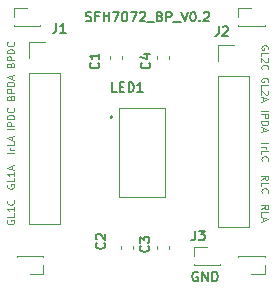
<source format=gbr>
G04 #@! TF.GenerationSoftware,KiCad,Pcbnew,8.0.02-1-dev-92ffd898f5*
G04 #@! TF.CreationDate,2024-03-29T15:55:27-07:00*
G04 #@! TF.ProjectId,sfh7072_breakoutboard,73666837-3037-4325-9f62-7265616b6f75,rev?*
G04 #@! TF.SameCoordinates,Original*
G04 #@! TF.FileFunction,Legend,Top*
G04 #@! TF.FilePolarity,Positive*
%FSLAX46Y46*%
G04 Gerber Fmt 4.6, Leading zero omitted, Abs format (unit mm)*
G04 Created by KiCad (PCBNEW 8.0.02-1-dev-92ffd898f5) date 2024-03-29 15:55:27*
%MOMM*%
%LPD*%
G01*
G04 APERTURE LIST*
%ADD10C,0.150000*%
%ADD11C,0.100000*%
%ADD12C,0.120000*%
%ADD13C,0.200000*%
G04 APERTURE END LIST*
D10*
X36958207Y-38382390D02*
X36882017Y-38344295D01*
X36882017Y-38344295D02*
X36767731Y-38344295D01*
X36767731Y-38344295D02*
X36653445Y-38382390D01*
X36653445Y-38382390D02*
X36577255Y-38458580D01*
X36577255Y-38458580D02*
X36539160Y-38534771D01*
X36539160Y-38534771D02*
X36501064Y-38687152D01*
X36501064Y-38687152D02*
X36501064Y-38801438D01*
X36501064Y-38801438D02*
X36539160Y-38953819D01*
X36539160Y-38953819D02*
X36577255Y-39030009D01*
X36577255Y-39030009D02*
X36653445Y-39106200D01*
X36653445Y-39106200D02*
X36767731Y-39144295D01*
X36767731Y-39144295D02*
X36843922Y-39144295D01*
X36843922Y-39144295D02*
X36958207Y-39106200D01*
X36958207Y-39106200D02*
X36996303Y-39068104D01*
X36996303Y-39068104D02*
X36996303Y-38801438D01*
X36996303Y-38801438D02*
X36843922Y-38801438D01*
X37339160Y-39144295D02*
X37339160Y-38344295D01*
X37339160Y-38344295D02*
X37796303Y-39144295D01*
X37796303Y-39144295D02*
X37796303Y-38344295D01*
X38177255Y-39144295D02*
X38177255Y-38344295D01*
X38177255Y-38344295D02*
X38367731Y-38344295D01*
X38367731Y-38344295D02*
X38482017Y-38382390D01*
X38482017Y-38382390D02*
X38558207Y-38458580D01*
X38558207Y-38458580D02*
X38596302Y-38534771D01*
X38596302Y-38534771D02*
X38634398Y-38687152D01*
X38634398Y-38687152D02*
X38634398Y-38801438D01*
X38634398Y-38801438D02*
X38596302Y-38953819D01*
X38596302Y-38953819D02*
X38558207Y-39030009D01*
X38558207Y-39030009D02*
X38482017Y-39106200D01*
X38482017Y-39106200D02*
X38367731Y-39144295D01*
X38367731Y-39144295D02*
X38177255Y-39144295D01*
D11*
X42900057Y-22272931D02*
X42928628Y-22215789D01*
X42928628Y-22215789D02*
X42928628Y-22130074D01*
X42928628Y-22130074D02*
X42900057Y-22044360D01*
X42900057Y-22044360D02*
X42842914Y-21987217D01*
X42842914Y-21987217D02*
X42785771Y-21958646D01*
X42785771Y-21958646D02*
X42671485Y-21930074D01*
X42671485Y-21930074D02*
X42585771Y-21930074D01*
X42585771Y-21930074D02*
X42471485Y-21958646D01*
X42471485Y-21958646D02*
X42414342Y-21987217D01*
X42414342Y-21987217D02*
X42357200Y-22044360D01*
X42357200Y-22044360D02*
X42328628Y-22130074D01*
X42328628Y-22130074D02*
X42328628Y-22187217D01*
X42328628Y-22187217D02*
X42357200Y-22272931D01*
X42357200Y-22272931D02*
X42385771Y-22301503D01*
X42385771Y-22301503D02*
X42585771Y-22301503D01*
X42585771Y-22301503D02*
X42585771Y-22187217D01*
X42328628Y-22844360D02*
X42328628Y-22558646D01*
X42328628Y-22558646D02*
X42928628Y-22558646D01*
X42871485Y-23015788D02*
X42900057Y-23044360D01*
X42900057Y-23044360D02*
X42928628Y-23101503D01*
X42928628Y-23101503D02*
X42928628Y-23244360D01*
X42928628Y-23244360D02*
X42900057Y-23301503D01*
X42900057Y-23301503D02*
X42871485Y-23330074D01*
X42871485Y-23330074D02*
X42814342Y-23358645D01*
X42814342Y-23358645D02*
X42757200Y-23358645D01*
X42757200Y-23358645D02*
X42671485Y-23330074D01*
X42671485Y-23330074D02*
X42328628Y-22987217D01*
X42328628Y-22987217D02*
X42328628Y-23358645D01*
X42500057Y-23587217D02*
X42500057Y-23872932D01*
X42328628Y-23530074D02*
X42928628Y-23730074D01*
X42928628Y-23730074D02*
X42328628Y-23930074D01*
X42328628Y-33051503D02*
X42614342Y-32851503D01*
X42328628Y-32708646D02*
X42928628Y-32708646D01*
X42928628Y-32708646D02*
X42928628Y-32937217D01*
X42928628Y-32937217D02*
X42900057Y-32994360D01*
X42900057Y-32994360D02*
X42871485Y-33022931D01*
X42871485Y-33022931D02*
X42814342Y-33051503D01*
X42814342Y-33051503D02*
X42728628Y-33051503D01*
X42728628Y-33051503D02*
X42671485Y-33022931D01*
X42671485Y-33022931D02*
X42642914Y-32994360D01*
X42642914Y-32994360D02*
X42614342Y-32937217D01*
X42614342Y-32937217D02*
X42614342Y-32708646D01*
X42328628Y-33594360D02*
X42328628Y-33308646D01*
X42328628Y-33308646D02*
X42928628Y-33308646D01*
X42500057Y-33765788D02*
X42500057Y-34051503D01*
X42328628Y-33708645D02*
X42928628Y-33908645D01*
X42928628Y-33908645D02*
X42328628Y-34108645D01*
X20849942Y-30977068D02*
X20821371Y-31034211D01*
X20821371Y-31034211D02*
X20821371Y-31119925D01*
X20821371Y-31119925D02*
X20849942Y-31205639D01*
X20849942Y-31205639D02*
X20907085Y-31262782D01*
X20907085Y-31262782D02*
X20964228Y-31291353D01*
X20964228Y-31291353D02*
X21078514Y-31319925D01*
X21078514Y-31319925D02*
X21164228Y-31319925D01*
X21164228Y-31319925D02*
X21278514Y-31291353D01*
X21278514Y-31291353D02*
X21335657Y-31262782D01*
X21335657Y-31262782D02*
X21392800Y-31205639D01*
X21392800Y-31205639D02*
X21421371Y-31119925D01*
X21421371Y-31119925D02*
X21421371Y-31062782D01*
X21421371Y-31062782D02*
X21392800Y-30977068D01*
X21392800Y-30977068D02*
X21364228Y-30948496D01*
X21364228Y-30948496D02*
X21164228Y-30948496D01*
X21164228Y-30948496D02*
X21164228Y-31062782D01*
X21421371Y-30405639D02*
X21421371Y-30691353D01*
X21421371Y-30691353D02*
X20821371Y-30691353D01*
X21421371Y-29891354D02*
X21421371Y-30234211D01*
X21421371Y-30062782D02*
X20821371Y-30062782D01*
X20821371Y-30062782D02*
X20907085Y-30119925D01*
X20907085Y-30119925D02*
X20964228Y-30177068D01*
X20964228Y-30177068D02*
X20992800Y-30234211D01*
X21249942Y-29662782D02*
X21249942Y-29377068D01*
X21421371Y-29719925D02*
X20821371Y-29519925D01*
X20821371Y-29519925D02*
X21421371Y-29319925D01*
X21421371Y-28291353D02*
X20821371Y-28291353D01*
X21421371Y-28005639D02*
X21021371Y-28005639D01*
X21135657Y-28005639D02*
X21078514Y-27977068D01*
X21078514Y-27977068D02*
X21049942Y-27948497D01*
X21049942Y-27948497D02*
X21021371Y-27891354D01*
X21021371Y-27891354D02*
X21021371Y-27834211D01*
X21421371Y-27348496D02*
X21421371Y-27634210D01*
X21421371Y-27634210D02*
X20821371Y-27634210D01*
X21249942Y-27177068D02*
X21249942Y-26891354D01*
X21421371Y-27234211D02*
X20821371Y-27034211D01*
X20821371Y-27034211D02*
X21421371Y-26834211D01*
X42900057Y-19522931D02*
X42928628Y-19465789D01*
X42928628Y-19465789D02*
X42928628Y-19380074D01*
X42928628Y-19380074D02*
X42900057Y-19294360D01*
X42900057Y-19294360D02*
X42842914Y-19237217D01*
X42842914Y-19237217D02*
X42785771Y-19208646D01*
X42785771Y-19208646D02*
X42671485Y-19180074D01*
X42671485Y-19180074D02*
X42585771Y-19180074D01*
X42585771Y-19180074D02*
X42471485Y-19208646D01*
X42471485Y-19208646D02*
X42414342Y-19237217D01*
X42414342Y-19237217D02*
X42357200Y-19294360D01*
X42357200Y-19294360D02*
X42328628Y-19380074D01*
X42328628Y-19380074D02*
X42328628Y-19437217D01*
X42328628Y-19437217D02*
X42357200Y-19522931D01*
X42357200Y-19522931D02*
X42385771Y-19551503D01*
X42385771Y-19551503D02*
X42585771Y-19551503D01*
X42585771Y-19551503D02*
X42585771Y-19437217D01*
X42328628Y-20094360D02*
X42328628Y-19808646D01*
X42328628Y-19808646D02*
X42928628Y-19808646D01*
X42871485Y-20265788D02*
X42900057Y-20294360D01*
X42900057Y-20294360D02*
X42928628Y-20351503D01*
X42928628Y-20351503D02*
X42928628Y-20494360D01*
X42928628Y-20494360D02*
X42900057Y-20551503D01*
X42900057Y-20551503D02*
X42871485Y-20580074D01*
X42871485Y-20580074D02*
X42814342Y-20608645D01*
X42814342Y-20608645D02*
X42757200Y-20608645D01*
X42757200Y-20608645D02*
X42671485Y-20580074D01*
X42671485Y-20580074D02*
X42328628Y-20237217D01*
X42328628Y-20237217D02*
X42328628Y-20608645D01*
X42385771Y-21208646D02*
X42357200Y-21180074D01*
X42357200Y-21180074D02*
X42328628Y-21094360D01*
X42328628Y-21094360D02*
X42328628Y-21037217D01*
X42328628Y-21037217D02*
X42357200Y-20951503D01*
X42357200Y-20951503D02*
X42414342Y-20894360D01*
X42414342Y-20894360D02*
X42471485Y-20865789D01*
X42471485Y-20865789D02*
X42585771Y-20837217D01*
X42585771Y-20837217D02*
X42671485Y-20837217D01*
X42671485Y-20837217D02*
X42785771Y-20865789D01*
X42785771Y-20865789D02*
X42842914Y-20894360D01*
X42842914Y-20894360D02*
X42900057Y-20951503D01*
X42900057Y-20951503D02*
X42928628Y-21037217D01*
X42928628Y-21037217D02*
X42928628Y-21094360D01*
X42928628Y-21094360D02*
X42900057Y-21180074D01*
X42900057Y-21180074D02*
X42871485Y-21208646D01*
X21107085Y-23591353D02*
X21135657Y-23505639D01*
X21135657Y-23505639D02*
X21164228Y-23477068D01*
X21164228Y-23477068D02*
X21221371Y-23448496D01*
X21221371Y-23448496D02*
X21307085Y-23448496D01*
X21307085Y-23448496D02*
X21364228Y-23477068D01*
X21364228Y-23477068D02*
X21392800Y-23505639D01*
X21392800Y-23505639D02*
X21421371Y-23562782D01*
X21421371Y-23562782D02*
X21421371Y-23791353D01*
X21421371Y-23791353D02*
X20821371Y-23791353D01*
X20821371Y-23791353D02*
X20821371Y-23591353D01*
X20821371Y-23591353D02*
X20849942Y-23534211D01*
X20849942Y-23534211D02*
X20878514Y-23505639D01*
X20878514Y-23505639D02*
X20935657Y-23477068D01*
X20935657Y-23477068D02*
X20992800Y-23477068D01*
X20992800Y-23477068D02*
X21049942Y-23505639D01*
X21049942Y-23505639D02*
X21078514Y-23534211D01*
X21078514Y-23534211D02*
X21107085Y-23591353D01*
X21107085Y-23591353D02*
X21107085Y-23791353D01*
X21421371Y-23191353D02*
X20821371Y-23191353D01*
X20821371Y-23191353D02*
X20821371Y-22962782D01*
X20821371Y-22962782D02*
X20849942Y-22905639D01*
X20849942Y-22905639D02*
X20878514Y-22877068D01*
X20878514Y-22877068D02*
X20935657Y-22848496D01*
X20935657Y-22848496D02*
X21021371Y-22848496D01*
X21021371Y-22848496D02*
X21078514Y-22877068D01*
X21078514Y-22877068D02*
X21107085Y-22905639D01*
X21107085Y-22905639D02*
X21135657Y-22962782D01*
X21135657Y-22962782D02*
X21135657Y-23191353D01*
X21421371Y-22591353D02*
X20821371Y-22591353D01*
X20821371Y-22591353D02*
X20821371Y-22448496D01*
X20821371Y-22448496D02*
X20849942Y-22362782D01*
X20849942Y-22362782D02*
X20907085Y-22305639D01*
X20907085Y-22305639D02*
X20964228Y-22277068D01*
X20964228Y-22277068D02*
X21078514Y-22248496D01*
X21078514Y-22248496D02*
X21164228Y-22248496D01*
X21164228Y-22248496D02*
X21278514Y-22277068D01*
X21278514Y-22277068D02*
X21335657Y-22305639D01*
X21335657Y-22305639D02*
X21392800Y-22362782D01*
X21392800Y-22362782D02*
X21421371Y-22448496D01*
X21421371Y-22448496D02*
X21421371Y-22591353D01*
X21249942Y-22019925D02*
X21249942Y-21734211D01*
X21421371Y-22077068D02*
X20821371Y-21877068D01*
X20821371Y-21877068D02*
X21421371Y-21677068D01*
X20849942Y-33977068D02*
X20821371Y-34034211D01*
X20821371Y-34034211D02*
X20821371Y-34119925D01*
X20821371Y-34119925D02*
X20849942Y-34205639D01*
X20849942Y-34205639D02*
X20907085Y-34262782D01*
X20907085Y-34262782D02*
X20964228Y-34291353D01*
X20964228Y-34291353D02*
X21078514Y-34319925D01*
X21078514Y-34319925D02*
X21164228Y-34319925D01*
X21164228Y-34319925D02*
X21278514Y-34291353D01*
X21278514Y-34291353D02*
X21335657Y-34262782D01*
X21335657Y-34262782D02*
X21392800Y-34205639D01*
X21392800Y-34205639D02*
X21421371Y-34119925D01*
X21421371Y-34119925D02*
X21421371Y-34062782D01*
X21421371Y-34062782D02*
X21392800Y-33977068D01*
X21392800Y-33977068D02*
X21364228Y-33948496D01*
X21364228Y-33948496D02*
X21164228Y-33948496D01*
X21164228Y-33948496D02*
X21164228Y-34062782D01*
X21421371Y-33405639D02*
X21421371Y-33691353D01*
X21421371Y-33691353D02*
X20821371Y-33691353D01*
X21421371Y-32891354D02*
X21421371Y-33234211D01*
X21421371Y-33062782D02*
X20821371Y-33062782D01*
X20821371Y-33062782D02*
X20907085Y-33119925D01*
X20907085Y-33119925D02*
X20964228Y-33177068D01*
X20964228Y-33177068D02*
X20992800Y-33234211D01*
X21364228Y-32291353D02*
X21392800Y-32319925D01*
X21392800Y-32319925D02*
X21421371Y-32405639D01*
X21421371Y-32405639D02*
X21421371Y-32462782D01*
X21421371Y-32462782D02*
X21392800Y-32548496D01*
X21392800Y-32548496D02*
X21335657Y-32605639D01*
X21335657Y-32605639D02*
X21278514Y-32634210D01*
X21278514Y-32634210D02*
X21164228Y-32662782D01*
X21164228Y-32662782D02*
X21078514Y-32662782D01*
X21078514Y-32662782D02*
X20964228Y-32634210D01*
X20964228Y-32634210D02*
X20907085Y-32605639D01*
X20907085Y-32605639D02*
X20849942Y-32548496D01*
X20849942Y-32548496D02*
X20821371Y-32462782D01*
X20821371Y-32462782D02*
X20821371Y-32405639D01*
X20821371Y-32405639D02*
X20849942Y-32319925D01*
X20849942Y-32319925D02*
X20878514Y-32291353D01*
X42328628Y-27458646D02*
X42928628Y-27458646D01*
X42328628Y-27744360D02*
X42728628Y-27744360D01*
X42614342Y-27744360D02*
X42671485Y-27772931D01*
X42671485Y-27772931D02*
X42700057Y-27801503D01*
X42700057Y-27801503D02*
X42728628Y-27858645D01*
X42728628Y-27858645D02*
X42728628Y-27915788D01*
X42328628Y-28401503D02*
X42328628Y-28115789D01*
X42328628Y-28115789D02*
X42928628Y-28115789D01*
X42385771Y-28944360D02*
X42357200Y-28915788D01*
X42357200Y-28915788D02*
X42328628Y-28830074D01*
X42328628Y-28830074D02*
X42328628Y-28772931D01*
X42328628Y-28772931D02*
X42357200Y-28687217D01*
X42357200Y-28687217D02*
X42414342Y-28630074D01*
X42414342Y-28630074D02*
X42471485Y-28601503D01*
X42471485Y-28601503D02*
X42585771Y-28572931D01*
X42585771Y-28572931D02*
X42671485Y-28572931D01*
X42671485Y-28572931D02*
X42785771Y-28601503D01*
X42785771Y-28601503D02*
X42842914Y-28630074D01*
X42842914Y-28630074D02*
X42900057Y-28687217D01*
X42900057Y-28687217D02*
X42928628Y-28772931D01*
X42928628Y-28772931D02*
X42928628Y-28830074D01*
X42928628Y-28830074D02*
X42900057Y-28915788D01*
X42900057Y-28915788D02*
X42871485Y-28944360D01*
X21421371Y-26291353D02*
X20821371Y-26291353D01*
X21421371Y-26005639D02*
X20821371Y-26005639D01*
X20821371Y-26005639D02*
X20821371Y-25777068D01*
X20821371Y-25777068D02*
X20849942Y-25719925D01*
X20849942Y-25719925D02*
X20878514Y-25691354D01*
X20878514Y-25691354D02*
X20935657Y-25662782D01*
X20935657Y-25662782D02*
X21021371Y-25662782D01*
X21021371Y-25662782D02*
X21078514Y-25691354D01*
X21078514Y-25691354D02*
X21107085Y-25719925D01*
X21107085Y-25719925D02*
X21135657Y-25777068D01*
X21135657Y-25777068D02*
X21135657Y-26005639D01*
X21421371Y-25405639D02*
X20821371Y-25405639D01*
X20821371Y-25405639D02*
X20821371Y-25262782D01*
X20821371Y-25262782D02*
X20849942Y-25177068D01*
X20849942Y-25177068D02*
X20907085Y-25119925D01*
X20907085Y-25119925D02*
X20964228Y-25091354D01*
X20964228Y-25091354D02*
X21078514Y-25062782D01*
X21078514Y-25062782D02*
X21164228Y-25062782D01*
X21164228Y-25062782D02*
X21278514Y-25091354D01*
X21278514Y-25091354D02*
X21335657Y-25119925D01*
X21335657Y-25119925D02*
X21392800Y-25177068D01*
X21392800Y-25177068D02*
X21421371Y-25262782D01*
X21421371Y-25262782D02*
X21421371Y-25405639D01*
X21364228Y-24462782D02*
X21392800Y-24491354D01*
X21392800Y-24491354D02*
X21421371Y-24577068D01*
X21421371Y-24577068D02*
X21421371Y-24634211D01*
X21421371Y-24634211D02*
X21392800Y-24719925D01*
X21392800Y-24719925D02*
X21335657Y-24777068D01*
X21335657Y-24777068D02*
X21278514Y-24805639D01*
X21278514Y-24805639D02*
X21164228Y-24834211D01*
X21164228Y-24834211D02*
X21078514Y-24834211D01*
X21078514Y-24834211D02*
X20964228Y-24805639D01*
X20964228Y-24805639D02*
X20907085Y-24777068D01*
X20907085Y-24777068D02*
X20849942Y-24719925D01*
X20849942Y-24719925D02*
X20821371Y-24634211D01*
X20821371Y-24634211D02*
X20821371Y-24577068D01*
X20821371Y-24577068D02*
X20849942Y-24491354D01*
X20849942Y-24491354D02*
X20878514Y-24462782D01*
X42328628Y-30551503D02*
X42614342Y-30351503D01*
X42328628Y-30208646D02*
X42928628Y-30208646D01*
X42928628Y-30208646D02*
X42928628Y-30437217D01*
X42928628Y-30437217D02*
X42900057Y-30494360D01*
X42900057Y-30494360D02*
X42871485Y-30522931D01*
X42871485Y-30522931D02*
X42814342Y-30551503D01*
X42814342Y-30551503D02*
X42728628Y-30551503D01*
X42728628Y-30551503D02*
X42671485Y-30522931D01*
X42671485Y-30522931D02*
X42642914Y-30494360D01*
X42642914Y-30494360D02*
X42614342Y-30437217D01*
X42614342Y-30437217D02*
X42614342Y-30208646D01*
X42328628Y-31094360D02*
X42328628Y-30808646D01*
X42328628Y-30808646D02*
X42928628Y-30808646D01*
X42385771Y-31637217D02*
X42357200Y-31608645D01*
X42357200Y-31608645D02*
X42328628Y-31522931D01*
X42328628Y-31522931D02*
X42328628Y-31465788D01*
X42328628Y-31465788D02*
X42357200Y-31380074D01*
X42357200Y-31380074D02*
X42414342Y-31322931D01*
X42414342Y-31322931D02*
X42471485Y-31294360D01*
X42471485Y-31294360D02*
X42585771Y-31265788D01*
X42585771Y-31265788D02*
X42671485Y-31265788D01*
X42671485Y-31265788D02*
X42785771Y-31294360D01*
X42785771Y-31294360D02*
X42842914Y-31322931D01*
X42842914Y-31322931D02*
X42900057Y-31380074D01*
X42900057Y-31380074D02*
X42928628Y-31465788D01*
X42928628Y-31465788D02*
X42928628Y-31522931D01*
X42928628Y-31522931D02*
X42900057Y-31608645D01*
X42900057Y-31608645D02*
X42871485Y-31637217D01*
X42328628Y-24708646D02*
X42928628Y-24708646D01*
X42328628Y-24994360D02*
X42928628Y-24994360D01*
X42928628Y-24994360D02*
X42928628Y-25222931D01*
X42928628Y-25222931D02*
X42900057Y-25280074D01*
X42900057Y-25280074D02*
X42871485Y-25308645D01*
X42871485Y-25308645D02*
X42814342Y-25337217D01*
X42814342Y-25337217D02*
X42728628Y-25337217D01*
X42728628Y-25337217D02*
X42671485Y-25308645D01*
X42671485Y-25308645D02*
X42642914Y-25280074D01*
X42642914Y-25280074D02*
X42614342Y-25222931D01*
X42614342Y-25222931D02*
X42614342Y-24994360D01*
X42328628Y-25594360D02*
X42928628Y-25594360D01*
X42928628Y-25594360D02*
X42928628Y-25737217D01*
X42928628Y-25737217D02*
X42900057Y-25822931D01*
X42900057Y-25822931D02*
X42842914Y-25880074D01*
X42842914Y-25880074D02*
X42785771Y-25908645D01*
X42785771Y-25908645D02*
X42671485Y-25937217D01*
X42671485Y-25937217D02*
X42585771Y-25937217D01*
X42585771Y-25937217D02*
X42471485Y-25908645D01*
X42471485Y-25908645D02*
X42414342Y-25880074D01*
X42414342Y-25880074D02*
X42357200Y-25822931D01*
X42357200Y-25822931D02*
X42328628Y-25737217D01*
X42328628Y-25737217D02*
X42328628Y-25594360D01*
X42500057Y-26165788D02*
X42500057Y-26451503D01*
X42328628Y-26108645D02*
X42928628Y-26308645D01*
X42928628Y-26308645D02*
X42328628Y-26508645D01*
X21107085Y-20841353D02*
X21135657Y-20755639D01*
X21135657Y-20755639D02*
X21164228Y-20727068D01*
X21164228Y-20727068D02*
X21221371Y-20698496D01*
X21221371Y-20698496D02*
X21307085Y-20698496D01*
X21307085Y-20698496D02*
X21364228Y-20727068D01*
X21364228Y-20727068D02*
X21392800Y-20755639D01*
X21392800Y-20755639D02*
X21421371Y-20812782D01*
X21421371Y-20812782D02*
X21421371Y-21041353D01*
X21421371Y-21041353D02*
X20821371Y-21041353D01*
X20821371Y-21041353D02*
X20821371Y-20841353D01*
X20821371Y-20841353D02*
X20849942Y-20784211D01*
X20849942Y-20784211D02*
X20878514Y-20755639D01*
X20878514Y-20755639D02*
X20935657Y-20727068D01*
X20935657Y-20727068D02*
X20992800Y-20727068D01*
X20992800Y-20727068D02*
X21049942Y-20755639D01*
X21049942Y-20755639D02*
X21078514Y-20784211D01*
X21078514Y-20784211D02*
X21107085Y-20841353D01*
X21107085Y-20841353D02*
X21107085Y-21041353D01*
X21421371Y-20441353D02*
X20821371Y-20441353D01*
X20821371Y-20441353D02*
X20821371Y-20212782D01*
X20821371Y-20212782D02*
X20849942Y-20155639D01*
X20849942Y-20155639D02*
X20878514Y-20127068D01*
X20878514Y-20127068D02*
X20935657Y-20098496D01*
X20935657Y-20098496D02*
X21021371Y-20098496D01*
X21021371Y-20098496D02*
X21078514Y-20127068D01*
X21078514Y-20127068D02*
X21107085Y-20155639D01*
X21107085Y-20155639D02*
X21135657Y-20212782D01*
X21135657Y-20212782D02*
X21135657Y-20441353D01*
X21421371Y-19841353D02*
X20821371Y-19841353D01*
X20821371Y-19841353D02*
X20821371Y-19698496D01*
X20821371Y-19698496D02*
X20849942Y-19612782D01*
X20849942Y-19612782D02*
X20907085Y-19555639D01*
X20907085Y-19555639D02*
X20964228Y-19527068D01*
X20964228Y-19527068D02*
X21078514Y-19498496D01*
X21078514Y-19498496D02*
X21164228Y-19498496D01*
X21164228Y-19498496D02*
X21278514Y-19527068D01*
X21278514Y-19527068D02*
X21335657Y-19555639D01*
X21335657Y-19555639D02*
X21392800Y-19612782D01*
X21392800Y-19612782D02*
X21421371Y-19698496D01*
X21421371Y-19698496D02*
X21421371Y-19841353D01*
X21364228Y-18898496D02*
X21392800Y-18927068D01*
X21392800Y-18927068D02*
X21421371Y-19012782D01*
X21421371Y-19012782D02*
X21421371Y-19069925D01*
X21421371Y-19069925D02*
X21392800Y-19155639D01*
X21392800Y-19155639D02*
X21335657Y-19212782D01*
X21335657Y-19212782D02*
X21278514Y-19241353D01*
X21278514Y-19241353D02*
X21164228Y-19269925D01*
X21164228Y-19269925D02*
X21078514Y-19269925D01*
X21078514Y-19269925D02*
X20964228Y-19241353D01*
X20964228Y-19241353D02*
X20907085Y-19212782D01*
X20907085Y-19212782D02*
X20849942Y-19155639D01*
X20849942Y-19155639D02*
X20821371Y-19069925D01*
X20821371Y-19069925D02*
X20821371Y-19012782D01*
X20821371Y-19012782D02*
X20849942Y-18927068D01*
X20849942Y-18927068D02*
X20878514Y-18898496D01*
D10*
X27501064Y-17106200D02*
X27615350Y-17144295D01*
X27615350Y-17144295D02*
X27805826Y-17144295D01*
X27805826Y-17144295D02*
X27882017Y-17106200D01*
X27882017Y-17106200D02*
X27920112Y-17068104D01*
X27920112Y-17068104D02*
X27958207Y-16991914D01*
X27958207Y-16991914D02*
X27958207Y-16915723D01*
X27958207Y-16915723D02*
X27920112Y-16839533D01*
X27920112Y-16839533D02*
X27882017Y-16801438D01*
X27882017Y-16801438D02*
X27805826Y-16763342D01*
X27805826Y-16763342D02*
X27653445Y-16725247D01*
X27653445Y-16725247D02*
X27577255Y-16687152D01*
X27577255Y-16687152D02*
X27539160Y-16649057D01*
X27539160Y-16649057D02*
X27501064Y-16572866D01*
X27501064Y-16572866D02*
X27501064Y-16496676D01*
X27501064Y-16496676D02*
X27539160Y-16420485D01*
X27539160Y-16420485D02*
X27577255Y-16382390D01*
X27577255Y-16382390D02*
X27653445Y-16344295D01*
X27653445Y-16344295D02*
X27843922Y-16344295D01*
X27843922Y-16344295D02*
X27958207Y-16382390D01*
X28567731Y-16725247D02*
X28301065Y-16725247D01*
X28301065Y-17144295D02*
X28301065Y-16344295D01*
X28301065Y-16344295D02*
X28682017Y-16344295D01*
X28986779Y-17144295D02*
X28986779Y-16344295D01*
X28986779Y-16725247D02*
X29443922Y-16725247D01*
X29443922Y-17144295D02*
X29443922Y-16344295D01*
X29748683Y-16344295D02*
X30282017Y-16344295D01*
X30282017Y-16344295D02*
X29939159Y-17144295D01*
X30739160Y-16344295D02*
X30815350Y-16344295D01*
X30815350Y-16344295D02*
X30891541Y-16382390D01*
X30891541Y-16382390D02*
X30929636Y-16420485D01*
X30929636Y-16420485D02*
X30967731Y-16496676D01*
X30967731Y-16496676D02*
X31005826Y-16649057D01*
X31005826Y-16649057D02*
X31005826Y-16839533D01*
X31005826Y-16839533D02*
X30967731Y-16991914D01*
X30967731Y-16991914D02*
X30929636Y-17068104D01*
X30929636Y-17068104D02*
X30891541Y-17106200D01*
X30891541Y-17106200D02*
X30815350Y-17144295D01*
X30815350Y-17144295D02*
X30739160Y-17144295D01*
X30739160Y-17144295D02*
X30662969Y-17106200D01*
X30662969Y-17106200D02*
X30624874Y-17068104D01*
X30624874Y-17068104D02*
X30586779Y-16991914D01*
X30586779Y-16991914D02*
X30548683Y-16839533D01*
X30548683Y-16839533D02*
X30548683Y-16649057D01*
X30548683Y-16649057D02*
X30586779Y-16496676D01*
X30586779Y-16496676D02*
X30624874Y-16420485D01*
X30624874Y-16420485D02*
X30662969Y-16382390D01*
X30662969Y-16382390D02*
X30739160Y-16344295D01*
X31272493Y-16344295D02*
X31805827Y-16344295D01*
X31805827Y-16344295D02*
X31462969Y-17144295D01*
X32072493Y-16420485D02*
X32110589Y-16382390D01*
X32110589Y-16382390D02*
X32186779Y-16344295D01*
X32186779Y-16344295D02*
X32377255Y-16344295D01*
X32377255Y-16344295D02*
X32453446Y-16382390D01*
X32453446Y-16382390D02*
X32491541Y-16420485D01*
X32491541Y-16420485D02*
X32529636Y-16496676D01*
X32529636Y-16496676D02*
X32529636Y-16572866D01*
X32529636Y-16572866D02*
X32491541Y-16687152D01*
X32491541Y-16687152D02*
X32034398Y-17144295D01*
X32034398Y-17144295D02*
X32529636Y-17144295D01*
X32682018Y-17220485D02*
X33291541Y-17220485D01*
X33748684Y-16725247D02*
X33862970Y-16763342D01*
X33862970Y-16763342D02*
X33901065Y-16801438D01*
X33901065Y-16801438D02*
X33939161Y-16877628D01*
X33939161Y-16877628D02*
X33939161Y-16991914D01*
X33939161Y-16991914D02*
X33901065Y-17068104D01*
X33901065Y-17068104D02*
X33862970Y-17106200D01*
X33862970Y-17106200D02*
X33786780Y-17144295D01*
X33786780Y-17144295D02*
X33482018Y-17144295D01*
X33482018Y-17144295D02*
X33482018Y-16344295D01*
X33482018Y-16344295D02*
X33748684Y-16344295D01*
X33748684Y-16344295D02*
X33824875Y-16382390D01*
X33824875Y-16382390D02*
X33862970Y-16420485D01*
X33862970Y-16420485D02*
X33901065Y-16496676D01*
X33901065Y-16496676D02*
X33901065Y-16572866D01*
X33901065Y-16572866D02*
X33862970Y-16649057D01*
X33862970Y-16649057D02*
X33824875Y-16687152D01*
X33824875Y-16687152D02*
X33748684Y-16725247D01*
X33748684Y-16725247D02*
X33482018Y-16725247D01*
X34282018Y-17144295D02*
X34282018Y-16344295D01*
X34282018Y-16344295D02*
X34586780Y-16344295D01*
X34586780Y-16344295D02*
X34662970Y-16382390D01*
X34662970Y-16382390D02*
X34701065Y-16420485D01*
X34701065Y-16420485D02*
X34739161Y-16496676D01*
X34739161Y-16496676D02*
X34739161Y-16610961D01*
X34739161Y-16610961D02*
X34701065Y-16687152D01*
X34701065Y-16687152D02*
X34662970Y-16725247D01*
X34662970Y-16725247D02*
X34586780Y-16763342D01*
X34586780Y-16763342D02*
X34282018Y-16763342D01*
X34891542Y-17220485D02*
X35501065Y-17220485D01*
X35577256Y-16344295D02*
X35843923Y-17144295D01*
X35843923Y-17144295D02*
X36110589Y-16344295D01*
X36529637Y-16344295D02*
X36605827Y-16344295D01*
X36605827Y-16344295D02*
X36682018Y-16382390D01*
X36682018Y-16382390D02*
X36720113Y-16420485D01*
X36720113Y-16420485D02*
X36758208Y-16496676D01*
X36758208Y-16496676D02*
X36796303Y-16649057D01*
X36796303Y-16649057D02*
X36796303Y-16839533D01*
X36796303Y-16839533D02*
X36758208Y-16991914D01*
X36758208Y-16991914D02*
X36720113Y-17068104D01*
X36720113Y-17068104D02*
X36682018Y-17106200D01*
X36682018Y-17106200D02*
X36605827Y-17144295D01*
X36605827Y-17144295D02*
X36529637Y-17144295D01*
X36529637Y-17144295D02*
X36453446Y-17106200D01*
X36453446Y-17106200D02*
X36415351Y-17068104D01*
X36415351Y-17068104D02*
X36377256Y-16991914D01*
X36377256Y-16991914D02*
X36339160Y-16839533D01*
X36339160Y-16839533D02*
X36339160Y-16649057D01*
X36339160Y-16649057D02*
X36377256Y-16496676D01*
X36377256Y-16496676D02*
X36415351Y-16420485D01*
X36415351Y-16420485D02*
X36453446Y-16382390D01*
X36453446Y-16382390D02*
X36529637Y-16344295D01*
X37139161Y-17068104D02*
X37177256Y-17106200D01*
X37177256Y-17106200D02*
X37139161Y-17144295D01*
X37139161Y-17144295D02*
X37101065Y-17106200D01*
X37101065Y-17106200D02*
X37139161Y-17068104D01*
X37139161Y-17068104D02*
X37139161Y-17144295D01*
X37482017Y-16420485D02*
X37520113Y-16382390D01*
X37520113Y-16382390D02*
X37596303Y-16344295D01*
X37596303Y-16344295D02*
X37786779Y-16344295D01*
X37786779Y-16344295D02*
X37862970Y-16382390D01*
X37862970Y-16382390D02*
X37901065Y-16420485D01*
X37901065Y-16420485D02*
X37939160Y-16496676D01*
X37939160Y-16496676D02*
X37939160Y-16572866D01*
X37939160Y-16572866D02*
X37901065Y-16687152D01*
X37901065Y-16687152D02*
X37443922Y-17144295D01*
X37443922Y-17144295D02*
X37939160Y-17144295D01*
X36733333Y-34867295D02*
X36733333Y-35438723D01*
X36733333Y-35438723D02*
X36695238Y-35553009D01*
X36695238Y-35553009D02*
X36619047Y-35629200D01*
X36619047Y-35629200D02*
X36504762Y-35667295D01*
X36504762Y-35667295D02*
X36428571Y-35667295D01*
X37038095Y-34867295D02*
X37533333Y-34867295D01*
X37533333Y-34867295D02*
X37266667Y-35172057D01*
X37266667Y-35172057D02*
X37380952Y-35172057D01*
X37380952Y-35172057D02*
X37457143Y-35210152D01*
X37457143Y-35210152D02*
X37495238Y-35248247D01*
X37495238Y-35248247D02*
X37533333Y-35324438D01*
X37533333Y-35324438D02*
X37533333Y-35514914D01*
X37533333Y-35514914D02*
X37495238Y-35591104D01*
X37495238Y-35591104D02*
X37457143Y-35629200D01*
X37457143Y-35629200D02*
X37380952Y-35667295D01*
X37380952Y-35667295D02*
X37152381Y-35667295D01*
X37152381Y-35667295D02*
X37076190Y-35629200D01*
X37076190Y-35629200D02*
X37038095Y-35591104D01*
X32786104Y-36133332D02*
X32824200Y-36171428D01*
X32824200Y-36171428D02*
X32862295Y-36285713D01*
X32862295Y-36285713D02*
X32862295Y-36361904D01*
X32862295Y-36361904D02*
X32824200Y-36476190D01*
X32824200Y-36476190D02*
X32748009Y-36552380D01*
X32748009Y-36552380D02*
X32671819Y-36590475D01*
X32671819Y-36590475D02*
X32519438Y-36628571D01*
X32519438Y-36628571D02*
X32405152Y-36628571D01*
X32405152Y-36628571D02*
X32252771Y-36590475D01*
X32252771Y-36590475D02*
X32176580Y-36552380D01*
X32176580Y-36552380D02*
X32100390Y-36476190D01*
X32100390Y-36476190D02*
X32062295Y-36361904D01*
X32062295Y-36361904D02*
X32062295Y-36285713D01*
X32062295Y-36285713D02*
X32100390Y-36171428D01*
X32100390Y-36171428D02*
X32138485Y-36133332D01*
X32062295Y-35866666D02*
X32062295Y-35371428D01*
X32062295Y-35371428D02*
X32367057Y-35638094D01*
X32367057Y-35638094D02*
X32367057Y-35523809D01*
X32367057Y-35523809D02*
X32405152Y-35447618D01*
X32405152Y-35447618D02*
X32443247Y-35409523D01*
X32443247Y-35409523D02*
X32519438Y-35371428D01*
X32519438Y-35371428D02*
X32709914Y-35371428D01*
X32709914Y-35371428D02*
X32786104Y-35409523D01*
X32786104Y-35409523D02*
X32824200Y-35447618D01*
X32824200Y-35447618D02*
X32862295Y-35523809D01*
X32862295Y-35523809D02*
X32862295Y-35752380D01*
X32862295Y-35752380D02*
X32824200Y-35828571D01*
X32824200Y-35828571D02*
X32786104Y-35866666D01*
X38733333Y-17562295D02*
X38733333Y-18133723D01*
X38733333Y-18133723D02*
X38695238Y-18248009D01*
X38695238Y-18248009D02*
X38619047Y-18324200D01*
X38619047Y-18324200D02*
X38504762Y-18362295D01*
X38504762Y-18362295D02*
X38428571Y-18362295D01*
X39076190Y-17638485D02*
X39114286Y-17600390D01*
X39114286Y-17600390D02*
X39190476Y-17562295D01*
X39190476Y-17562295D02*
X39380952Y-17562295D01*
X39380952Y-17562295D02*
X39457143Y-17600390D01*
X39457143Y-17600390D02*
X39495238Y-17638485D01*
X39495238Y-17638485D02*
X39533333Y-17714676D01*
X39533333Y-17714676D02*
X39533333Y-17790866D01*
X39533333Y-17790866D02*
X39495238Y-17905152D01*
X39495238Y-17905152D02*
X39038095Y-18362295D01*
X39038095Y-18362295D02*
X39533333Y-18362295D01*
X24983333Y-17312295D02*
X24983333Y-17883723D01*
X24983333Y-17883723D02*
X24945238Y-17998009D01*
X24945238Y-17998009D02*
X24869047Y-18074200D01*
X24869047Y-18074200D02*
X24754762Y-18112295D01*
X24754762Y-18112295D02*
X24678571Y-18112295D01*
X25783333Y-18112295D02*
X25326190Y-18112295D01*
X25554762Y-18112295D02*
X25554762Y-17312295D01*
X25554762Y-17312295D02*
X25478571Y-17426580D01*
X25478571Y-17426580D02*
X25402381Y-17502771D01*
X25402381Y-17502771D02*
X25326190Y-17540866D01*
X29036104Y-35883332D02*
X29074200Y-35921428D01*
X29074200Y-35921428D02*
X29112295Y-36035713D01*
X29112295Y-36035713D02*
X29112295Y-36111904D01*
X29112295Y-36111904D02*
X29074200Y-36226190D01*
X29074200Y-36226190D02*
X28998009Y-36302380D01*
X28998009Y-36302380D02*
X28921819Y-36340475D01*
X28921819Y-36340475D02*
X28769438Y-36378571D01*
X28769438Y-36378571D02*
X28655152Y-36378571D01*
X28655152Y-36378571D02*
X28502771Y-36340475D01*
X28502771Y-36340475D02*
X28426580Y-36302380D01*
X28426580Y-36302380D02*
X28350390Y-36226190D01*
X28350390Y-36226190D02*
X28312295Y-36111904D01*
X28312295Y-36111904D02*
X28312295Y-36035713D01*
X28312295Y-36035713D02*
X28350390Y-35921428D01*
X28350390Y-35921428D02*
X28388485Y-35883332D01*
X28388485Y-35578571D02*
X28350390Y-35540475D01*
X28350390Y-35540475D02*
X28312295Y-35464285D01*
X28312295Y-35464285D02*
X28312295Y-35273809D01*
X28312295Y-35273809D02*
X28350390Y-35197618D01*
X28350390Y-35197618D02*
X28388485Y-35159523D01*
X28388485Y-35159523D02*
X28464676Y-35121428D01*
X28464676Y-35121428D02*
X28540866Y-35121428D01*
X28540866Y-35121428D02*
X28655152Y-35159523D01*
X28655152Y-35159523D02*
X29112295Y-35616666D01*
X29112295Y-35616666D02*
X29112295Y-35121428D01*
X32856104Y-20633332D02*
X32894200Y-20671428D01*
X32894200Y-20671428D02*
X32932295Y-20785713D01*
X32932295Y-20785713D02*
X32932295Y-20861904D01*
X32932295Y-20861904D02*
X32894200Y-20976190D01*
X32894200Y-20976190D02*
X32818009Y-21052380D01*
X32818009Y-21052380D02*
X32741819Y-21090475D01*
X32741819Y-21090475D02*
X32589438Y-21128571D01*
X32589438Y-21128571D02*
X32475152Y-21128571D01*
X32475152Y-21128571D02*
X32322771Y-21090475D01*
X32322771Y-21090475D02*
X32246580Y-21052380D01*
X32246580Y-21052380D02*
X32170390Y-20976190D01*
X32170390Y-20976190D02*
X32132295Y-20861904D01*
X32132295Y-20861904D02*
X32132295Y-20785713D01*
X32132295Y-20785713D02*
X32170390Y-20671428D01*
X32170390Y-20671428D02*
X32208485Y-20633332D01*
X32398961Y-19947618D02*
X32932295Y-19947618D01*
X32094200Y-20138094D02*
X32665628Y-20328571D01*
X32665628Y-20328571D02*
X32665628Y-19833332D01*
X28536104Y-20633332D02*
X28574200Y-20671428D01*
X28574200Y-20671428D02*
X28612295Y-20785713D01*
X28612295Y-20785713D02*
X28612295Y-20861904D01*
X28612295Y-20861904D02*
X28574200Y-20976190D01*
X28574200Y-20976190D02*
X28498009Y-21052380D01*
X28498009Y-21052380D02*
X28421819Y-21090475D01*
X28421819Y-21090475D02*
X28269438Y-21128571D01*
X28269438Y-21128571D02*
X28155152Y-21128571D01*
X28155152Y-21128571D02*
X28002771Y-21090475D01*
X28002771Y-21090475D02*
X27926580Y-21052380D01*
X27926580Y-21052380D02*
X27850390Y-20976190D01*
X27850390Y-20976190D02*
X27812295Y-20861904D01*
X27812295Y-20861904D02*
X27812295Y-20785713D01*
X27812295Y-20785713D02*
X27850390Y-20671428D01*
X27850390Y-20671428D02*
X27888485Y-20633332D01*
X28612295Y-19871428D02*
X28612295Y-20328571D01*
X28612295Y-20099999D02*
X27812295Y-20099999D01*
X27812295Y-20099999D02*
X27926580Y-20176190D01*
X27926580Y-20176190D02*
X28002771Y-20252380D01*
X28002771Y-20252380D02*
X28040866Y-20328571D01*
X30104761Y-23112295D02*
X29723809Y-23112295D01*
X29723809Y-23112295D02*
X29723809Y-22312295D01*
X30371428Y-22693247D02*
X30638094Y-22693247D01*
X30752380Y-23112295D02*
X30371428Y-23112295D01*
X30371428Y-23112295D02*
X30371428Y-22312295D01*
X30371428Y-22312295D02*
X30752380Y-22312295D01*
X31095238Y-23112295D02*
X31095238Y-22312295D01*
X31095238Y-22312295D02*
X31285714Y-22312295D01*
X31285714Y-22312295D02*
X31400000Y-22350390D01*
X31400000Y-22350390D02*
X31476190Y-22426580D01*
X31476190Y-22426580D02*
X31514285Y-22502771D01*
X31514285Y-22502771D02*
X31552381Y-22655152D01*
X31552381Y-22655152D02*
X31552381Y-22769438D01*
X31552381Y-22769438D02*
X31514285Y-22921819D01*
X31514285Y-22921819D02*
X31476190Y-22998009D01*
X31476190Y-22998009D02*
X31400000Y-23074200D01*
X31400000Y-23074200D02*
X31285714Y-23112295D01*
X31285714Y-23112295D02*
X31095238Y-23112295D01*
X32314285Y-23112295D02*
X31857142Y-23112295D01*
X32085714Y-23112295D02*
X32085714Y-22312295D01*
X32085714Y-22312295D02*
X32009523Y-22426580D01*
X32009523Y-22426580D02*
X31933333Y-22502771D01*
X31933333Y-22502771D02*
X31857142Y-22540866D01*
D12*
X36640000Y-36240000D02*
X37750000Y-36240000D01*
X36640000Y-37000000D02*
X36640000Y-36240000D01*
X36640000Y-37760000D02*
X36640000Y-37695000D01*
X36640000Y-37760000D02*
X37186529Y-37760000D01*
X36640000Y-37760000D02*
X38860000Y-37760000D01*
X38313471Y-37760000D02*
X38860000Y-37760000D01*
X38860000Y-37760000D02*
X38860000Y-37695000D01*
X34510000Y-36134420D02*
X34510000Y-36415580D01*
X33490000Y-36134420D02*
X33490000Y-36415580D01*
X41330000Y-21770000D02*
X41330000Y-34530000D01*
X38670000Y-34530000D02*
X41330000Y-34530000D01*
X38670000Y-21770000D02*
X41330000Y-21770000D01*
X38670000Y-21770000D02*
X38670000Y-34530000D01*
X38670000Y-20500000D02*
X38670000Y-19170000D01*
X38670000Y-19170000D02*
X40000000Y-19170000D01*
X22670000Y-18920000D02*
X24000000Y-18920000D01*
X22670000Y-20250000D02*
X22670000Y-18920000D01*
X22670000Y-21520000D02*
X22670000Y-34280000D01*
X22670000Y-21520000D02*
X25330000Y-21520000D01*
X22670000Y-34280000D02*
X25330000Y-34280000D01*
X25330000Y-21520000D02*
X25330000Y-34280000D01*
X40390000Y-36990000D02*
X40390000Y-37055000D01*
X40936529Y-36990000D02*
X40390000Y-36990000D01*
X42610000Y-36990000D02*
X40390000Y-36990000D01*
X42610000Y-36990000D02*
X42063471Y-36990000D01*
X42610000Y-36990000D02*
X42610000Y-37055000D01*
X42610000Y-37750000D02*
X42610000Y-38510000D01*
X42610000Y-38510000D02*
X41500000Y-38510000D01*
X40390000Y-15990000D02*
X41500000Y-15990000D01*
X40390000Y-16750000D02*
X40390000Y-15990000D01*
X40390000Y-17510000D02*
X40390000Y-17445000D01*
X40390000Y-17510000D02*
X40936529Y-17510000D01*
X40390000Y-17510000D02*
X42610000Y-17510000D01*
X42063471Y-17510000D02*
X42610000Y-17510000D01*
X42610000Y-17510000D02*
X42610000Y-17445000D01*
X30490000Y-36134420D02*
X30490000Y-36415580D01*
X31510000Y-36134420D02*
X31510000Y-36415580D01*
X33490000Y-20365580D02*
X33490000Y-20084420D01*
X34510000Y-20365580D02*
X34510000Y-20084420D01*
X21640000Y-36990000D02*
X21640000Y-37055000D01*
X22186529Y-36990000D02*
X21640000Y-36990000D01*
X23860000Y-36990000D02*
X21640000Y-36990000D01*
X23860000Y-36990000D02*
X23313471Y-36990000D01*
X23860000Y-36990000D02*
X23860000Y-37055000D01*
X23860000Y-37750000D02*
X23860000Y-38510000D01*
X23860000Y-38510000D02*
X22750000Y-38510000D01*
X30510000Y-20365580D02*
X30510000Y-20084420D01*
X29490000Y-20365580D02*
X29490000Y-20084420D01*
X21390000Y-15990000D02*
X22500000Y-15990000D01*
X21390000Y-16750000D02*
X21390000Y-15990000D01*
X21390000Y-17510000D02*
X21390000Y-17445000D01*
X21390000Y-17510000D02*
X21936529Y-17510000D01*
X21390000Y-17510000D02*
X23610000Y-17510000D01*
X23063471Y-17510000D02*
X23610000Y-17510000D01*
X23610000Y-17510000D02*
X23610000Y-17445000D01*
D13*
X29650000Y-25150000D02*
X29650000Y-25150000D01*
X29650000Y-25350000D02*
X29650000Y-25350000D01*
D11*
X30300000Y-24500000D02*
X34200000Y-24500000D01*
X30300000Y-32000000D02*
X30300000Y-24500000D01*
X34200000Y-24500000D02*
X34200000Y-32000000D01*
X34200000Y-32000000D02*
X30300000Y-32000000D01*
D13*
X29650000Y-25150000D02*
G75*
G02*
X29650000Y-25350000I0J-100000D01*
G01*
X29650000Y-25350000D02*
G75*
G02*
X29650000Y-25150000I0J100000D01*
G01*
M02*

</source>
